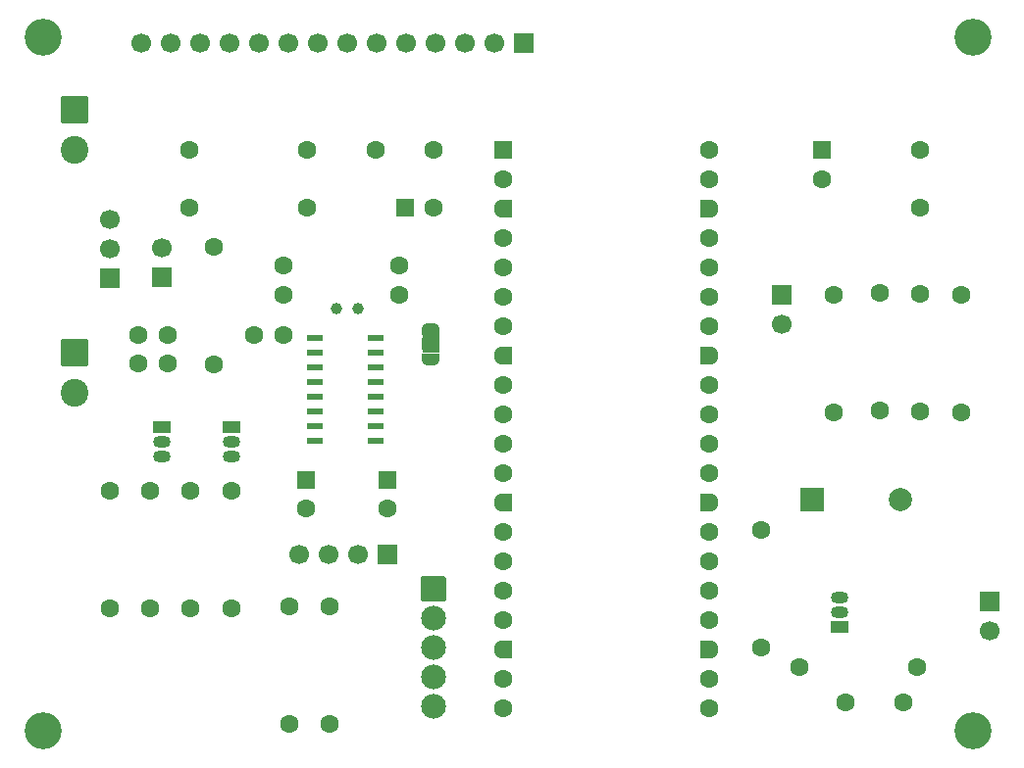
<source format=gbr>
%TF.GenerationSoftware,KiCad,Pcbnew,9.0.3*%
%TF.CreationDate,2025-08-11T18:10:46+02:00*%
%TF.ProjectId,pico-radio-5,7069636f-2d72-4616-9469-6f2d352e6b69,rev?*%
%TF.SameCoordinates,Original*%
%TF.FileFunction,Soldermask,Bot*%
%TF.FilePolarity,Negative*%
%FSLAX46Y46*%
G04 Gerber Fmt 4.6, Leading zero omitted, Abs format (unit mm)*
G04 Created by KiCad (PCBNEW 9.0.3) date 2025-08-11 18:10:46*
%MOMM*%
%LPD*%
G01*
G04 APERTURE LIST*
G04 Aperture macros list*
%AMRoundRect*
0 Rectangle with rounded corners*
0 $1 Rounding radius*
0 $2 $3 $4 $5 $6 $7 $8 $9 X,Y pos of 4 corners*
0 Add a 4 corners polygon primitive as box body*
4,1,4,$2,$3,$4,$5,$6,$7,$8,$9,$2,$3,0*
0 Add four circle primitives for the rounded corners*
1,1,$1+$1,$2,$3*
1,1,$1+$1,$4,$5*
1,1,$1+$1,$6,$7*
1,1,$1+$1,$8,$9*
0 Add four rect primitives between the rounded corners*
20,1,$1+$1,$2,$3,$4,$5,0*
20,1,$1+$1,$4,$5,$6,$7,0*
20,1,$1+$1,$6,$7,$8,$9,0*
20,1,$1+$1,$8,$9,$2,$3,0*%
%AMFreePoly0*
4,1,37,0.603843,0.796157,0.639018,0.796157,0.711114,0.766294,0.766294,0.711114,0.796157,0.639018,0.796157,0.603843,0.800000,0.600000,0.800000,-0.600000,0.796157,-0.603843,0.796157,-0.639018,0.766294,-0.711114,0.711114,-0.766294,0.639018,-0.796157,0.603843,-0.796157,0.600000,-0.800000,0.000000,-0.800000,0.000000,-0.796148,-0.078414,-0.796148,-0.232228,-0.765552,-0.377117,-0.705537,
-0.507515,-0.618408,-0.618408,-0.507515,-0.705537,-0.377117,-0.765552,-0.232228,-0.796148,-0.078414,-0.796148,0.078414,-0.765552,0.232228,-0.705537,0.377117,-0.618408,0.507515,-0.507515,0.618408,-0.377117,0.705537,-0.232228,0.765552,-0.078414,0.796148,0.000000,0.796148,0.000000,0.800000,0.600000,0.800000,0.603843,0.796157,0.603843,0.796157,$1*%
%AMFreePoly1*
4,1,37,0.000000,0.796148,0.078414,0.796148,0.232228,0.765552,0.377117,0.705537,0.507515,0.618408,0.618408,0.507515,0.705537,0.377117,0.765552,0.232228,0.796148,0.078414,0.796148,-0.078414,0.765552,-0.232228,0.705537,-0.377117,0.618408,-0.507515,0.507515,-0.618408,0.377117,-0.705537,0.232228,-0.765552,0.078414,-0.796148,0.000000,-0.796148,0.000000,-0.800000,-0.600000,-0.800000,
-0.603843,-0.796157,-0.639018,-0.796157,-0.711114,-0.766294,-0.766294,-0.711114,-0.796157,-0.639018,-0.796157,-0.603843,-0.800000,-0.600000,-0.800000,0.600000,-0.796157,0.603843,-0.796157,0.639018,-0.766294,0.711114,-0.711114,0.766294,-0.639018,0.796157,-0.603843,0.796157,-0.600000,0.800000,0.000000,0.800000,0.000000,0.796148,0.000000,0.796148,$1*%
%AMFreePoly2*
4,1,23,0.550000,-0.750000,0.000000,-0.750000,0.000000,-0.745722,-0.065263,-0.745722,-0.191342,-0.711940,-0.304381,-0.646677,-0.396677,-0.554381,-0.461940,-0.441342,-0.495722,-0.315263,-0.495722,-0.250000,-0.500000,-0.250000,-0.500000,0.250000,-0.495722,0.250000,-0.495722,0.315263,-0.461940,0.441342,-0.396677,0.554381,-0.304381,0.646677,-0.191342,0.711940,-0.065263,0.745722,0.000000,0.745722,
0.000000,0.750000,0.550000,0.750000,0.550000,-0.750000,0.550000,-0.750000,$1*%
%AMFreePoly3*
4,1,23,0.000000,0.745722,0.065263,0.745722,0.191342,0.711940,0.304381,0.646677,0.396677,0.554381,0.461940,0.441342,0.495722,0.315263,0.495722,0.250000,0.500000,0.250000,0.500000,-0.250000,0.495722,-0.250000,0.495722,-0.315263,0.461940,-0.441342,0.396677,-0.554381,0.304381,-0.646677,0.191342,-0.711940,0.065263,-0.745722,0.000000,-0.745722,0.000000,-0.750000,-0.550000,-0.750000,
-0.550000,0.750000,0.000000,0.750000,0.000000,0.745722,0.000000,0.745722,$1*%
G04 Aperture macros list end*
%ADD10C,3.200000*%
%ADD11R,1.500000X1.050000*%
%ADD12O,1.500000X1.050000*%
%ADD13C,1.600000*%
%ADD14RoundRect,0.250000X-0.550000X-0.550000X0.550000X-0.550000X0.550000X0.550000X-0.550000X0.550000X0*%
%ADD15R,1.700000X1.700000*%
%ADD16C,1.700000*%
%ADD17RoundRect,0.250000X-0.550000X0.550000X-0.550000X-0.550000X0.550000X-0.550000X0.550000X0.550000X0*%
%ADD18RoundRect,0.250001X-0.949999X0.949999X-0.949999X-0.949999X0.949999X-0.949999X0.949999X0.949999X0*%
%ADD19C,2.400000*%
%ADD20C,1.000000*%
%ADD21C,2.134400*%
%ADD22RoundRect,0.102000X0.965200X-0.965200X0.965200X0.965200X-0.965200X0.965200X-0.965200X-0.965200X0*%
%ADD23RoundRect,0.200000X-0.600000X-0.600000X0.600000X-0.600000X0.600000X0.600000X-0.600000X0.600000X0*%
%ADD24FreePoly0,0.000000*%
%ADD25FreePoly1,0.000000*%
%ADD26R,2.000000X2.000000*%
%ADD27C,2.000000*%
%ADD28R,1.397000X0.558800*%
%ADD29FreePoly2,90.000000*%
%ADD30R,1.500000X1.000000*%
%ADD31FreePoly3,90.000000*%
G04 APERTURE END LIST*
%TO.C,JP1*%
G36*
X66500000Y-71050000D02*
G01*
X65000000Y-71050000D01*
X65000000Y-69550000D01*
X66500000Y-69550000D01*
X66500000Y-71050000D01*
G37*
%TD*%
D10*
%TO.C,REF\u002A\u002A*%
X32250000Y-43750000D03*
%TD*%
D11*
%TO.C,Q3*%
X101000000Y-94770000D03*
D12*
X101000000Y-93500000D03*
X101000000Y-92230000D03*
%TD*%
D13*
%TO.C,L1*%
X55080000Y-53500000D03*
X44920000Y-53500000D03*
%TD*%
%TO.C,C9*%
X66000000Y-53500000D03*
X61000000Y-53500000D03*
%TD*%
D14*
%TO.C,C8*%
X63500000Y-58500000D03*
D13*
X66000000Y-58500000D03*
%TD*%
D15*
%TO.C,SW1*%
X96000000Y-66000000D03*
D16*
X96000000Y-68540000D03*
%TD*%
D15*
%TO.C,J2*%
X38000000Y-64580000D03*
D16*
X38000000Y-62040000D03*
X38000000Y-59500000D03*
%TD*%
D13*
%TO.C,R3*%
X53500000Y-93000000D03*
X53500000Y-103160000D03*
%TD*%
D17*
%TO.C,C7*%
X99500000Y-53544888D03*
D13*
X99500000Y-56044888D03*
%TD*%
%TO.C,L2*%
X47000000Y-61920000D03*
X47000000Y-72080000D03*
%TD*%
%TO.C,R4*%
X57000000Y-93000000D03*
X57000000Y-103160000D03*
%TD*%
%TO.C,JP2*%
X97590000Y-98250000D03*
X107750000Y-98250000D03*
%TD*%
%TO.C,R7*%
X38000000Y-93160000D03*
X38000000Y-83000000D03*
%TD*%
%TO.C,C2*%
X63000000Y-63500000D03*
X63000000Y-66000000D03*
%TD*%
%TO.C,R10*%
X48500000Y-93160000D03*
X48500000Y-83000000D03*
%TD*%
%TO.C,C6*%
X108000000Y-53500000D03*
X108000000Y-58500000D03*
%TD*%
D10*
%TO.C,REF\u002A\u002A*%
X112500000Y-43750000D03*
%TD*%
D15*
%TO.C,U2*%
X73750000Y-44250000D03*
D16*
X71210000Y-44250000D03*
X68670000Y-44250000D03*
X66130000Y-44250000D03*
X63590000Y-44250000D03*
X61050000Y-44250000D03*
X58510000Y-44250000D03*
X55970000Y-44250000D03*
X53430000Y-44250000D03*
X50890000Y-44250000D03*
X48350000Y-44250000D03*
X45810000Y-44250000D03*
X43270000Y-44250000D03*
X40730000Y-44250000D03*
%TD*%
D18*
%TO.C,J3*%
X35000000Y-50000000D03*
D19*
X35000000Y-53500000D03*
%TD*%
D13*
%TO.C,R11*%
X94250000Y-96500000D03*
X94250000Y-86340000D03*
%TD*%
%TO.C,R9*%
X41500000Y-93160000D03*
X41500000Y-83000000D03*
%TD*%
D11*
%TO.C,Q1*%
X42500000Y-77500000D03*
D12*
X42500000Y-78770000D03*
X42500000Y-80040000D03*
%TD*%
D15*
%TO.C,J1*%
X62000000Y-88500000D03*
D16*
X59460000Y-88500000D03*
X56920000Y-88500000D03*
X54380000Y-88500000D03*
%TD*%
D20*
%TO.C,Y1*%
X59450000Y-67255000D03*
X57550000Y-67255000D03*
%TD*%
D13*
%TO.C,R8*%
X45000000Y-93160000D03*
X45000000Y-83000000D03*
%TD*%
D15*
%TO.C,J5*%
X114000000Y-92500000D03*
D16*
X114000000Y-95040000D03*
%TD*%
D13*
%TO.C,C12*%
X53000000Y-69500000D03*
X50500000Y-69500000D03*
%TD*%
D10*
%TO.C,REF\u002A\u002A*%
X32250000Y-103750000D03*
%TD*%
D15*
%TO.C,L4*%
X42500000Y-64540000D03*
D16*
X42500000Y-62000000D03*
%TD*%
D10*
%TO.C,REF\u002A\u002A*%
X112500000Y-103750000D03*
%TD*%
D13*
%TO.C,R5*%
X104500000Y-76000000D03*
X104500000Y-65840000D03*
%TD*%
%TO.C,L3*%
X44920000Y-58500000D03*
X55080000Y-58500000D03*
%TD*%
D18*
%TO.C,J4*%
X35000000Y-71000000D03*
D19*
X35000000Y-74500000D03*
%TD*%
D11*
%TO.C,Q2*%
X48500000Y-77500000D03*
D12*
X48500000Y-78770000D03*
X48500000Y-80040000D03*
%TD*%
D13*
%TO.C,R6*%
X100500000Y-66000000D03*
X100500000Y-76160000D03*
%TD*%
D17*
%TO.C,C5*%
X55000000Y-82000000D03*
D13*
X55000000Y-84500000D03*
%TD*%
%TO.C,C1*%
X53000000Y-66000000D03*
X53000000Y-63500000D03*
%TD*%
D21*
%TO.C,U3*%
X66000000Y-101620000D03*
X66000000Y-99080000D03*
D22*
X66000000Y-91460000D03*
D21*
X66000000Y-96540000D03*
X66000000Y-94000000D03*
%TD*%
D13*
%TO.C,R1*%
X111500000Y-66000000D03*
X111500000Y-76160000D03*
%TD*%
D23*
%TO.C,A1*%
X72000000Y-53500000D03*
D13*
X72000000Y-56040000D03*
D24*
X72000000Y-58580000D03*
D13*
X72000000Y-61120000D03*
X72000000Y-63660000D03*
X72000000Y-66200000D03*
X72000000Y-68740000D03*
D24*
X72000000Y-71280000D03*
D13*
X72000000Y-73820000D03*
X72000000Y-76360000D03*
X72000000Y-78900000D03*
X72000000Y-81440000D03*
D24*
X72000000Y-83980000D03*
D13*
X72000000Y-86520000D03*
X72000000Y-89060000D03*
X72000000Y-91600000D03*
X72000000Y-94140000D03*
D24*
X72000000Y-96680000D03*
D13*
X72000000Y-99220000D03*
X72000000Y-101760000D03*
X89780000Y-101760000D03*
X89780000Y-99220000D03*
D25*
X89780000Y-96680000D03*
D13*
X89780000Y-94140000D03*
X89780000Y-91600000D03*
X89780000Y-89060000D03*
X89780000Y-86520000D03*
D25*
X89780000Y-83980000D03*
D13*
X89780000Y-81440000D03*
X89780000Y-78900000D03*
X89780000Y-76360000D03*
X89780000Y-73820000D03*
D25*
X89780000Y-71280000D03*
D13*
X89780000Y-68740000D03*
X89780000Y-66200000D03*
X89780000Y-63660000D03*
X89780000Y-61120000D03*
D25*
X89780000Y-58580000D03*
D13*
X89780000Y-56040000D03*
X89780000Y-53500000D03*
%TD*%
%TO.C,C11*%
X40500000Y-69500000D03*
X43000000Y-69500000D03*
%TD*%
D26*
%TO.C,BZ1*%
X98650000Y-83750000D03*
D27*
X106250000Y-83750000D03*
%TD*%
D17*
%TO.C,C4*%
X62000000Y-82000000D03*
D13*
X62000000Y-84500000D03*
%TD*%
%TO.C,C3*%
X101500000Y-101250000D03*
X106500000Y-101250000D03*
%TD*%
%TO.C,C10*%
X43000000Y-72000000D03*
X40500000Y-72000000D03*
%TD*%
%TO.C,R2*%
X108000000Y-76080000D03*
X108000000Y-65920000D03*
%TD*%
D28*
%TO.C,U1*%
X55691400Y-78635000D03*
X55691400Y-77365000D03*
X55691400Y-76095000D03*
X55691400Y-74825000D03*
X55691400Y-73555000D03*
X55691400Y-72285000D03*
X55691400Y-71015000D03*
X55691400Y-69745000D03*
X61000000Y-69745000D03*
X61000000Y-71015000D03*
X61000000Y-72285000D03*
X61000000Y-73555000D03*
X61000000Y-74825000D03*
X61000000Y-76095000D03*
X61000000Y-77365000D03*
X61000000Y-78635000D03*
%TD*%
D29*
%TO.C,JP1*%
X65750000Y-71600000D03*
D30*
X65750000Y-70300000D03*
D31*
X65750000Y-69000000D03*
%TD*%
M02*

</source>
